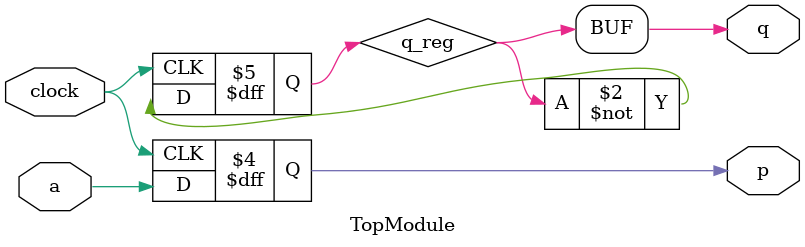
<source format=sv>
module TopModule (
    input logic clock,
    input logic a,
    output logic p,
    output logic q
);

    // Internal register to hold the state of q
    logic q_reg;

    // Initial conditions
    initial begin
        p = 1'b0;
        q_reg = 1'b0;
    end

    // Sequential logic for p and q
    always_ff @(posedge clock) begin
        p <= a;          // p follows the state of a on the rising edge of clock
        q_reg <= ~q_reg; // q toggles on every rising edge of clock
    end

    // Assign the internal register to the output q
    assign q = q_reg;

endmodule
</source>
